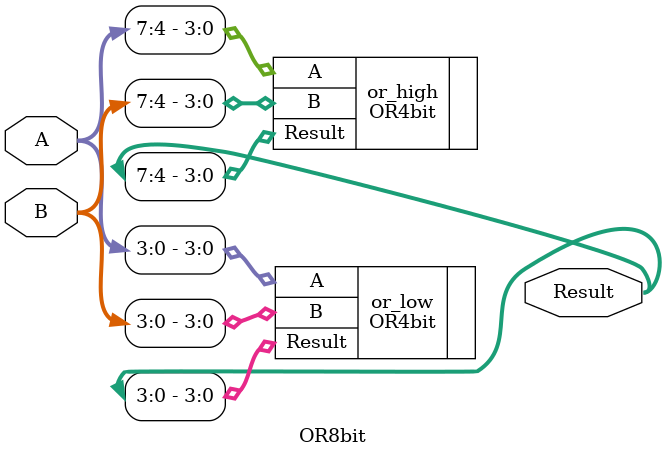
<source format=v>
module OR8bit(
    input  [7:0] A, B,
    output [7:0] Result
);
    
    // OR dos 4 bits menos significativos
    OR4bit or_low(
        .A(A[3:0]),
        .B(B[3:0]),
        .Result(Result[3:0])
    );
    
    // OR dos 4 bits mais significativos
    OR4bit or_high(
        .A(A[7:4]),
        .B(B[7:4]),
        .Result(Result[7:4])
    );
    
endmodule
</source>
